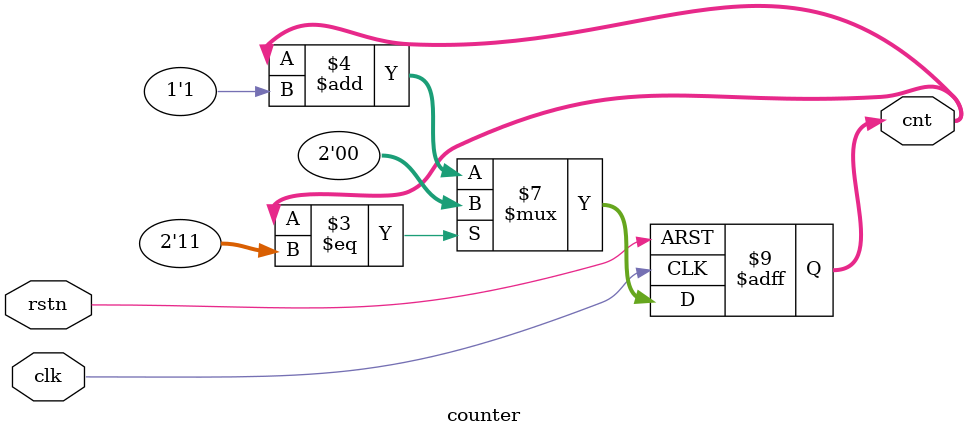
<source format=v>
`timescale 1ns / 1ps

//计数器模块
module counter(clk,cnt,rstn);
	input rstn;
    input clk;
    output reg [1:0] cnt = 0;
    always@(posedge clk or negedge rstn) begin
    	if (~rstn)
            cnt <= 0;
        else if(cnt == 2'b11)
            cnt <= 2'b00;
        else 
            cnt <= cnt + 1'b1;
    end
endmodule
</source>
